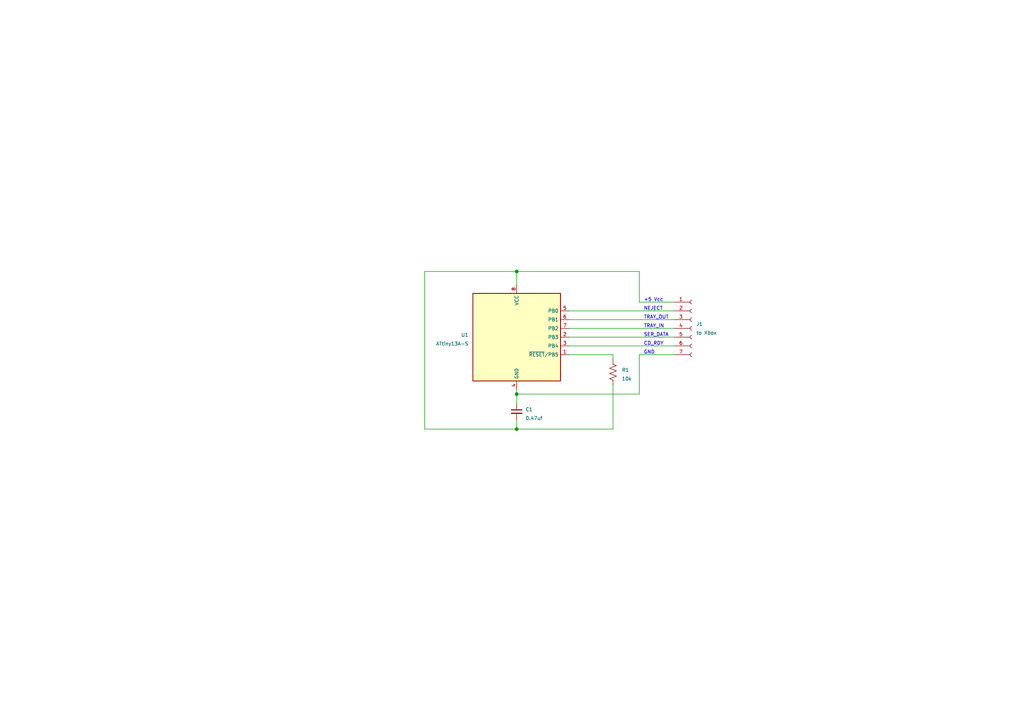
<source format=kicad_sch>
(kicad_sch (version 20211123) (generator eeschema)
  (paper "A4")
  (lib_symbols
    (symbol "Connector:Conn_01x07_Female" (pin_names (offset 1.016) hide)
      (property "Reference" "J1" (at 1.27 1.2701 0))
      (property "Value" "to Xbox" (at 1.27 -1.2699 0))
      (symbol "Conn_01x07_Female_1_1"
        (arc (start 0 -7.112) (mid -0.508 -7.62) (end 0 -8.128) (stroke (width 0.1524)))
        (arc (start 0 -4.572) (mid -0.508 -5.08) (end 0 -5.588) (stroke (width 0.1524)))
        (arc (start 0 -2.032) (mid -0.508 -2.54) (end 0 -3.048) (stroke (width 0.1524)))
        (polyline (pts (xy -1.27 -7.62) (xy -0.508 -7.62)) (stroke (width 0.1524)))
        (polyline (pts (xy -1.27 -5.08) (xy -0.508 -5.08)) (stroke (width 0.1524)))
        (polyline (pts (xy -1.27 -2.54) (xy -0.508 -2.54)) (stroke (width 0.1524)))
        (polyline (pts (xy -1.27 0) (xy -0.508 0)) (stroke (width 0.1524)))
        (polyline (pts (xy -1.27 2.54) (xy -0.508 2.54)) (stroke (width 0.1524)))
        (polyline (pts (xy -1.27 5.08) (xy -0.508 5.08)) (stroke (width 0.1524)))
        (polyline (pts (xy -1.27 7.62) (xy -0.508 7.62)) (stroke (width 0.1524)))
        (arc (start 0 0.508) (mid -0.508 0) (end 0 -0.508) (stroke (width 0.1524)))
        (arc (start 0 3.048) (mid -0.508 2.54) (end 0 2.032) (stroke (width 0.1524)))
        (arc (start 0 5.588) (mid -0.508 5.08) (end 0 4.572) (stroke (width 0.1524)))
        (arc (start 0 8.128) (mid -0.508 7.62) (end 0 7.112) (stroke (width 0.1524)))
        (pin passive line (at -5.08 7.62 0) (length 3.81) (name "Pin_1") (number "1"))
        (pin passive line (at -5.08 5.08 0) (length 3.81) (name "Pin_2") (number "2"))
        (pin passive line (at -5.08 2.54 0) (length 3.81) (name "Pin_3") (number "3"))
        (pin passive line (at -5.08 0 0) (length 3.81) (name "Pin_4") (number "4"))
        (pin passive line (at -5.08 -2.54 0) (length 3.81) (name "Pin_5") (number "5"))
        (pin passive line (at -5.08 -5.08 0) (length 3.81) (name "Pin_6") (number "6"))
        (pin passive line (at -5.08 -7.62 0) (length 3.81) (name "Pin_7") (number "7"))
      )
    )
    (symbol "Device:C_Small" (pin_numbers hide) (pin_names (offset 0.254) hide)
      (property "Reference" "C" (at 0.254 1.778 0))
      (property "Value" "C_Small" (at 0.254 -2.032 0))
      (symbol "C_Small_0_1"
        (polyline (pts (xy -1.524 -0.508) (xy 1.524 -0.508)) (stroke (width 0.3302)))
        (polyline (pts (xy -1.524 0.508) (xy 1.524 0.508)) (stroke (width 0.3048)))
      )
      (symbol "C_Small_1_1"
        (pin passive line (at 0 2.54 270) (length 2.032) (name "~") (number "1"))
        (pin passive line (at 0 -2.54 90) (length 2.032) (name "~") (number "2"))
      )
    )
    (symbol "Device:R_US" (pin_numbers hide) (pin_names (offset 0))
      (property "Reference" "R" (at 2.54 0 90))
      (property "Value" "R_US" (at -2.54 0 90))
      (symbol "R_US_0_1"
        (polyline (pts (xy 0 -2.286) (xy 0 -2.54)))
        (polyline (pts (xy 0 2.286) (xy 0 2.54)))
        (polyline (pts (xy 0 -0.762) (xy 1.016 -1.143) (xy 0 -1.524) (xy -1.016 -1.905) (xy 0 -2.286)))
        (polyline (pts (xy 0 0.762) (xy 1.016 0.381) (xy 0 0) (xy -1.016 -0.381) (xy 0 -0.762)))
        (polyline (pts (xy 0 2.286) (xy 1.016 1.905) (xy 0 1.524) (xy -1.016 1.143) (xy 0 0.762)))
      )
      (symbol "R_US_1_1"
        (pin passive line (at 0 3.81 270) (length 1.27) (name "~") (number "1"))
        (pin passive line (at 0 -3.81 90) (length 1.27) (name "~") (number "2"))
      )
    )
    (symbol "MCU_Microchip_ATtiny:ATtiny13A-S"
      (property "Reference" "U1" (at -13.97 0.635 0))
      (property "Value" "ATtiny13A-S" (at -13.97 -1.905 0))
      (symbol "ATtiny13A-S_0_1"
        (rectangle (start -12.7 -12.7) (end 12.7 12.7) (stroke (width 0.254)) (fill (type background)))
      )
      (symbol "ATtiny13A-S_1_1"
        (pin bidirectional line (at 15.24 -5.08 180) (length 2.54) (name "~{RESET}/PB5") (number "1"))
        (pin bidirectional line (at 15.24 0 180) (length 2.54) (name "PB3") (number "2"))
        (pin bidirectional line (at 15.24 -2.54 180) (length 2.54) (name "PB4") (number "3"))
        (pin power_in line (at 0 -15.24 90) (length 2.54) (name "GND") (number "4"))
        (pin bidirectional line (at 15.24 7.62 180) (length 2.54) (name "PB0") (number "5"))
        (pin bidirectional line (at 15.24 5.08 180) (length 2.54) (name "PB1") (number "6"))
        (pin bidirectional line (at 15.24 2.54 180) (length 2.54) (name "PB2") (number "7"))
        (pin power_in line (at 0 15.24 270) (length 2.54) (name "VCC") (number "8"))
      )
    )
  )
  (junction (at 149.86 124.46))
  (junction (at 149.86 78.74))
  (junction (at 149.86 114.3))
  (wire (pts (xy 195.58 102.87) (xy 185.42 102.87)))
  (wire (pts (xy 165.1 97.79) (xy 195.58 97.79)))
  (wire (pts (xy 165.1 95.25) (xy 195.58 95.25)))
  (wire (pts (xy 177.8 102.87) (xy 177.8 104.14)))
  (wire (pts (xy 149.86 78.74) (xy 185.42 78.74)))
  (wire (pts (xy 165.1 92.71) (xy 195.58 92.71)))
  (wire (pts (xy 149.86 114.3) (xy 185.42 114.3)))
  (wire (pts (xy 195.58 87.63) (xy 185.42 87.63)))
  (wire (pts (xy 149.86 113.03) (xy 149.86 114.3)))
  (wire (pts (xy 149.86 114.3) (xy 149.86 116.84)))
  (wire (pts (xy 165.1 102.87) (xy 177.8 102.87)))
  (wire (pts (xy 123.19 124.46) (xy 149.86 124.46)))
  (wire (pts (xy 165.1 100.33) (xy 195.58 100.33)))
  (wire (pts (xy 149.86 124.46) (xy 177.8 124.46)))
  (wire (pts (xy 149.86 121.92) (xy 149.86 124.46)))
  (wire (pts (xy 149.86 82.55) (xy 149.86 78.74)))
  (wire (pts (xy 123.19 78.74) (xy 123.19 124.46)))
  (wire (pts (xy 177.8 111.76) (xy 177.8 124.46)))
  (wire (pts (xy 149.86 78.74) (xy 123.19 78.74)))
  (wire (pts (xy 165.1 90.17) (xy 195.58 90.17)))
  (wire (pts (xy 185.42 102.87) (xy 185.42 114.3)))
  (wire (pts (xy 185.42 87.63) (xy 185.42 78.74)))
  (text "NEJECT" (at 186.69 90.17 0) (effects (font (size 1 1)) (justify left bottom)))
  (text "+5 Vcc" (at 186.69 87.63 0) (effects (font (size 1 1)) (justify left bottom)))
  (text "TRAY_IN" (at 186.69 95.25 0) (effects (font (size 1 1)) (justify left bottom)))
  (text "TRAY_OUT" (at 186.69 92.71 0) (effects (font (size 1 1)) (justify left bottom)))
  (text "SER_DATA" (at 186.69 97.79 0) (effects (font (size 1 1)) (justify left bottom)))
  (text "GND" (at 186.69 102.87 0) (effects (font (size 1 1)) (justify left bottom)))
  (text "CD_RDY" (at 186.69 100.33 0) (effects (font (size 1 1)) (justify left bottom)))
  (symbol (lib_id "Device:R_US") (at 177.8 107.95 0) (unit 1)
    (property "Reference" "R1" (at 180.34 107.315 0) (effects (font (size 1 1)) (justify left)))
    (property "Value" "10k" (at 180.34 109.855 0) (effects (font (size 1 1)) (justify left)))
  )
  (symbol (lib_id "Device:C_Small") (at 149.86 119.38 0) (unit 1)
    (property "Reference" "C1" (at 152.4 118.7513 0) (effects (font (size 1 1)) (justify left)))
    (property "Value" "0.47uf" (at 152.4 121.2913 0) (effects (font (size 1 1)) (justify left)))
  )
  (symbol (lib_id "MCU_Microchip_ATtiny:ATtiny13A-S") (at 149.86 97.79 0) (unit 1)
    (property "Reference" "U1" (at 135.89 97.155 0) (effects (font (size 1 1)) (justify right)))
    (property "Value" "ATtiny13A-S" (at 135.89 99.695 0) (effects (font (size 1 1)) (justify right)))
    (property "Footprint" "Package_SO:SOIC-8W_5.3x5.3mm_P1.27mm" (effects hide))
    (property "Datasheet" "http://ww1.microchip.com/downloads/en/DeviceDoc/doc8126.pdf" (effects hide))
  )
  (symbol (lib_id "Connector:Conn_01x07_Female") (at 200.66 95.25 0) (unit 1)
    (property "Reference" "J1" (at 201.93 93.9799 0) (effects (font (size 1 1)) (justify left)))
    (property "Value" "to Xbox" (at 201.93 96.5199 0) (effects (font (size 1 1)) (justify left)))
  )
)
</source>
